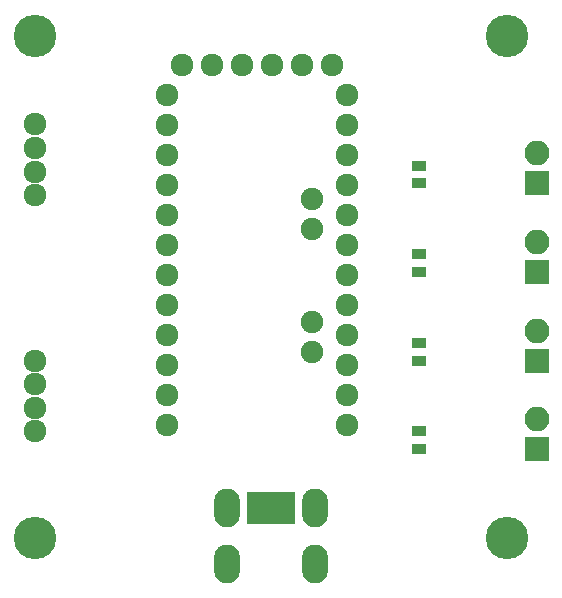
<source format=gts>
G04 #@! TF.FileFunction,Soldermask,Top*
%FSLAX46Y46*%
G04 Gerber Fmt 4.6, Leading zero omitted, Abs format (unit mm)*
G04 Created by KiCad (PCBNEW 4.0.7) date 12/17/17 19:14:42*
%MOMM*%
%LPD*%
G01*
G04 APERTURE LIST*
%ADD10C,0.100000*%
%ADD11C,1.924000*%
%ADD12R,2.100000X2.100000*%
%ADD13O,2.100000X2.100000*%
%ADD14R,1.300000X0.900000*%
%ADD15R,0.900000X2.700000*%
%ADD16O,2.200000X3.300000*%
%ADD17C,3.600000*%
%ADD18C,1.900000*%
G04 APERTURE END LIST*
D10*
D11*
X55000000Y-62500000D03*
X55000000Y-64500000D03*
X55000000Y-66500000D03*
X55000000Y-68500000D03*
X55000000Y-82500000D03*
X55000000Y-84500000D03*
X55000000Y-86500000D03*
X55000000Y-88500000D03*
D12*
X97500000Y-67500000D03*
D13*
X97500000Y-64960000D03*
D12*
X97500000Y-75000000D03*
D13*
X97500000Y-72460000D03*
D12*
X97500000Y-82500000D03*
D13*
X97500000Y-79960000D03*
D12*
X97500000Y-90000000D03*
D13*
X97500000Y-87460000D03*
D14*
X87500000Y-67500000D03*
X87500000Y-66000000D03*
X87500000Y-75000000D03*
X87500000Y-73500000D03*
X87500000Y-82500000D03*
X87500000Y-81000000D03*
X87500000Y-90000000D03*
X87500000Y-88500000D03*
D15*
X73400000Y-95000000D03*
X74200000Y-95000000D03*
X75000000Y-95000000D03*
X75800000Y-95000000D03*
X76600000Y-95000000D03*
D16*
X71300000Y-95000000D03*
X78700000Y-95000000D03*
X78700000Y-99750000D03*
X71300000Y-99750000D03*
D17*
X55000000Y-97500000D03*
X55000000Y-55000000D03*
X95000000Y-55000000D03*
X95000000Y-97500000D03*
D11*
X67460000Y-57500000D03*
X70000000Y-57500000D03*
X72540000Y-57500000D03*
X75080000Y-57500000D03*
X77620000Y-57500000D03*
X80160000Y-57500000D03*
X66190000Y-60040000D03*
X66190000Y-62580000D03*
X66190000Y-65120000D03*
X66190000Y-67660000D03*
X66190000Y-70200000D03*
X66190000Y-72740000D03*
X66190000Y-75280000D03*
X66190000Y-77820000D03*
X66190000Y-80360000D03*
X66190000Y-82900000D03*
X66190000Y-85440000D03*
X66190000Y-87980000D03*
X81430000Y-60040000D03*
X81430000Y-62580000D03*
X81430000Y-65120000D03*
X81430000Y-67660000D03*
X81430000Y-70200000D03*
X81430000Y-72740000D03*
X81430000Y-75280000D03*
X81430000Y-77820000D03*
X81430000Y-80360000D03*
X81430000Y-82900000D03*
X81430000Y-85440000D03*
X81430000Y-87980000D03*
D18*
X78509000Y-68803000D03*
X78509000Y-71343000D03*
X78509000Y-79217000D03*
X78509000Y-81757000D03*
M02*

</source>
